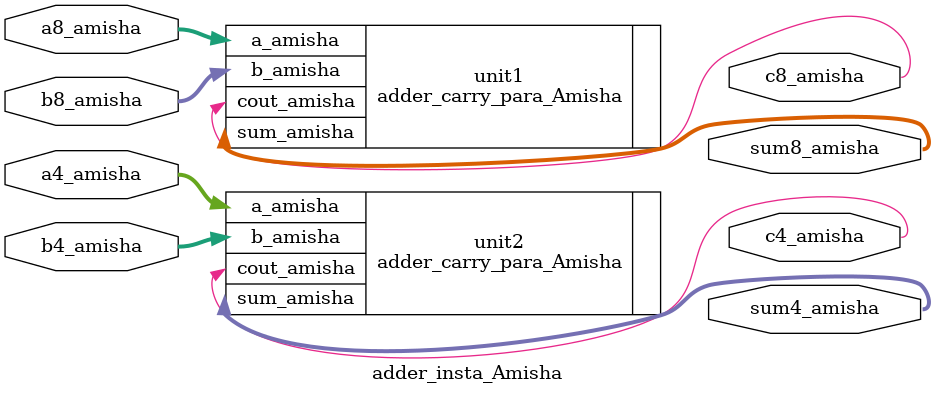
<source format=v>
`timescale 1ns / 1ps
module adder_insta_Amisha(
    input [3:0] a4_amisha,
    input [3:0] b4_amisha,
    output [3:0] sum4_amisha,
    output c4_amisha,
    input [7:0] a8_amisha,
    input [7:0] b8_amisha,
    output [7:0] sum8_amisha,
    output c8_amisha
    );
	 
	 //instantiate 8-bit adder
	 adder_carry_para_Amisha #(.N(8)) unit1
	 (.a_amisha(a8_amisha), .b_amisha(b8_amisha), .sum_amisha(sum8_amisha), .cout_amisha(c8_amisha));
	 
	 //instantiate 4-bit adder
	 adder_carry_para_Amisha unit2
	 (.a_amisha(a4_amisha), .b_amisha(b4_amisha), .sum_amisha(sum4_amisha), .cout_amisha(c4_amisha));
endmodule

</source>
